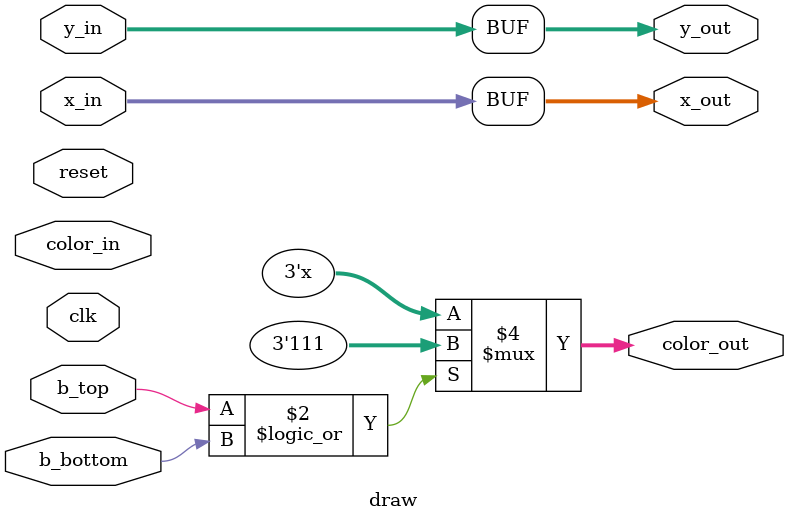
<source format=v>
module game
	(
		CLOCK_50,						//	On Board 50 MHz
		// Your inputs and outputs here
        KEY,
        SW,
		// The ports below are for the VGA output.  Do not change.
		VGA_CLK,   						//	VGA Clock
		VGA_HS,							//	VGA H_SYNC
		VGA_VS,							//	VGA V_SYNC
		VGA_BLANK_N,						//	VGA BLANK
		VGA_SYNC_N,						//	VGA SYNC
		VGA_R,   						//	VGA Red[9:0]
		VGA_G,	 						//	VGA Green[9:0]
		VGA_B   						//	VGA Blue[9:0]
	);

	input			CLOCK_50;				//	50 MHz
	input   [9:0]   SW;
	input   [3:0]   KEY;

	// Declare your inputs and outputs here
	// Do not change the following outputs
	output			VGA_CLK;   				//	VGA Clock
	output			VGA_HS;					//	VGA H_SYNC
	output			VGA_VS;					//	VGA V_SYNC
	output			VGA_BLANK_N;				//	VGA BLANK
	output			VGA_SYNC_N;				//	VGA SYNC
	output	[9:0]	VGA_R;   				//	VGA Red[9:0]
	output	[9:0]	VGA_G;	 				//	VGA Green[9:0]
	output	[9:0]	VGA_B;   				//	VGA Blue[9:0]
	
	wire reset;
	assign reset = KEY[0];
	
	// Create the colour, x, y and writeEn wires that are inputs to the controller.
	wire [2:0] colour;
	wire [7:0] x;
	wire [6:0] y;
	wire writeEn, ld_x, ld_y, ld_color, enable;

	// Create an Instance of a VGA controller - there can be only one!
	// Define the number of colours as well as the initial background
	// image file (.MIF) for the controller.
	vga_adapter VGA(
			.resetn(reset),
			.clock(CLOCK_50),
			.colour(colour),
			.x(x),
			.y(y),
			.plot(writeEn),
			/* Signals for the DAC to drive the monitor. */
			.VGA_R(VGA_R),
			.VGA_G(VGA_G),
			.VGA_B(VGA_B),
			.VGA_HS(VGA_HS),
			.VGA_VS(VGA_VS),
			.VGA_BLANK(VGA_BLANK_N),
			.VGA_SYNC(VGA_SYNC_N),
			.VGA_CLK(VGA_CLK));
		defparam VGA.RESOLUTION = "160x120";
		defparam VGA.MONOCHROME = "FALSE";
		defparam VGA.BITS_PER_COLOUR_CHANNEL = 1;
		defparam VGA.BACKGROUND_IMAGE = "black.mif";


    wire b_top, b_bottom;

	datapath data0(
		.clk(CLOCK_50),
		.reset(reset),
        .enable(enable),
        .b_top(b_top),
        .b_bottom(b_bottom),
		.x_out(x),
		.y_out(y),
		.color_out(colour)
	);



    control c0(
		.clk(CLOCK_50),
		.reset(reset),
		.go(!(KEY[1])),
        .b_top(b_top),
        .b_bottom(b_bottom),
		.writeEn(writeEn),
        .enable(enable)	
	);
endmodule

module delay_counter(
	input clk, reset, enable,
	output delay_enable
);
	reg [19:0] count;
	always @(posedge clk) begin
		if (!reset)
			count <= 20'd833334;
		else if (enable) begin
			if (count == 20'd0)
				count <= 20'd833334;
			else
				count <= count - 1'b1;
		end
	end
		
	assign delay_enable = (count == 20'd0) ? 1 : 0;
	
endmodule




module one_sec_counter(
    input clk60, reset, enable,
    output one_sec
);
    reg [5:0] count;
    always @(posedge clk60)
    begin
        if (!reset)
            count <= 6'd60;
        else if (enable)
        begin
            if (count == 6'd0)
                count <= 6'd60;
            else
                count <= count - 1'b1;
        end
    end
    assign one_sec = (count == 6'd0) ? 1 : 0;
endmodule




module control(
    input clk, reset, go,
    output reg b_top, b_bottom, writeEn, enable
);
    reg [3:0] current_state, next_state;
    wire hold, delay_enable;

    delay_counter dc0(clk, reset, enable, delay_enable);        //count 1/60 sec
    one_sec_counter o0(delay_enable, reset, enable, hold);         // count 1sec, hold change every 1 sec


    localparam  START = 4'd0,
                START_WAIT = 4'd1,
                BORDER_TOP = 4'd2,
                BORDER_TOP_WAIT = 4'd3,
                BORDER_BOTTOM = 4'd4;

    //reset
	always @(posedge clk) begin
		if (!resetn)
			current_state <= START;
		else
			current_state <= next_state;
	end

    always @(*)
    begin: state_table
        case (current_state)
            START: next_state = go ? START_WAIT : START;
            START_WAIT: next_state = go ? START_WAIT : BORDER_TOP;
            BORDER_TOP: next_state = go ? BORDER_TOP_WAIT : BORDER_TOP;
            BORDER_TOP_WAIT: next_state = go ? BORDER_TOP_WAIT : BORDER_BOTTOM;
        endcase
    end

    always @(*)
    begin
        b_top = 1'b0;
        b_bottom = 1'b0;
        writeEn = 1'b0;
        enable = 1'b0;

        case (current_state)
            START: begin
            end
            START_WAIT: begin
            end
            BORDER_TOP: begin
                enable = 1'b1;
                b_top = 1'b1;
                b_bottom = 1'b0;
                writeEn = 1'b1;
            end
            BORDER_TOP_WAIT: begin
                enable = 1'b1;
                b_top = 1'b1;
                b_bottom = 1'b0;
                writeEn = 1'b1;
            end
            BORDER_BOTTOM: begin
                enable = 1'b1;
                b_top = 1'b0;
                b_bottom = 1'b1;
                writeEn = 1'b1;
            end
        endcase

    end

endmodule



module x_counter(
    input clk60, enable, reset, b_top, b_bottom,
    output reg [7:0] x_out
);
    reg [7:0] x_initial_pos;
    always @(*)
    begin
        if (b_top || b_bottom)
            x_initial_pos = 8'd15;
    end
    
    always @(posedge clk60) begin
        if (!reset)
            x_out <= x_initial_pos;
        else if (enable) begin
            if (b_top || b_bottom) begin
                if (x_out < 140)
                    x_out <= x_out + 1'b1;
            end
            
        end
    end

endmodule


module y_counter(
    input clk60, enable, reset, b_top, b_bottom, 
    output reg [6:0] y_out
);

    always @(*)
    begin
        if (b_top)
            y_out = 7'd20;
        else if (b_bottom)
            y_out = 7'd105;
    end




	// reg [6:0] y_initial_pos;
    // always @(*)
    // begin
    //     if (b_top)
    //         y_initial_pos = 7'd20;
    //     else if (b_bottom)
    //         y_initial_pos = 7'd105;
    // end
    
    // always @(posedge clk60) begin
    //     if (!reset)
    //         y_out <= y_initial_pos;
    //     else if (b_top) begin
    //         y_out <= 7'd20;
    //     end
    //     else if (b_bottom) begin
    //         y_out <= 7'd105;
    //     end
    // end


endmodule


module datapath(
    input clk, reset, enable, b_top, b_bottom,
    output [7:0] x_out,
    output [6:0] y_out,
    output [2:0] color_out
);
    wire delay_enable;
    wire [7:0] x_pos;
    wire [6:0] y_pos;


    delay_counter d_c(  
        .clk(clk), 
        .reset(reset), 
        .enable(enable), 
        .delay_enable(delay_enable)
        );



    x_counter x_c0(
        .clk60(delay_enable),
        .enable(enable),
        .b_top(b_top),
        .b_bottom(b_bottom),
        .x_out(x_pos)
    );


    y_counter y_c0(
        .clk60(delay_enable),
        .enable(enable),
        .b_top(b_top),
        .b_bottom(b_bottom),
        .y_out(y_pos)
    );



    assign x_out = x_pos;
    assign y_out = y_pos;
    assign color_out = 3'b111;


    // draw d0(
    //     .clk(delay_enable),
    //     .reset(reset),
    //     .b_top(b_top),
    //     .b_bottom(b_bottom),
    //     .x_in(x_pos),
    //     .y_in(y_pos),
    //     .color_in(3'b001),
    //     .x_out(x_out),
    //     .y_out(y_out),
    //     .color_out(color_out)
    // );

endmodule



module draw(
    input clk, reset, b_top, b_bottom,
    input [7:0] x_in, 
	input [6:0] y_in,
	input [2:0] color_in,
	output [7:0] x_out, 
	output [6:0] y_out, 
	output reg [2:0] color_out
);
    always @(*)
    begin
        if (b_top || b_bottom)
            color_out = 3'b111;

    end
    
    assign x_out = x_in;
    assign y_out = y_in;

endmodule
</source>
